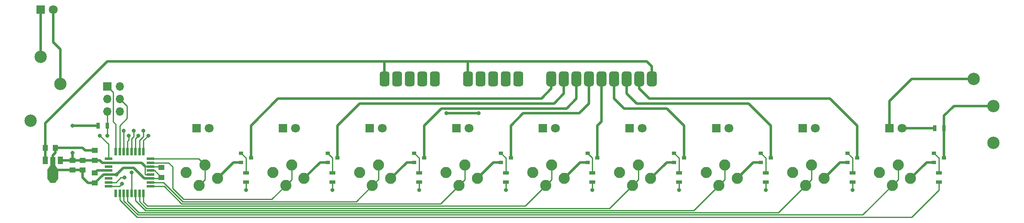
<source format=gtl>
G04 #@! TF.GenerationSoftware,KiCad,Pcbnew,(5.1.7)-1*
G04 #@! TF.CreationDate,2022-04-05T13:22:44+02:00*
G04 #@! TF.ProjectId,saba_924x_tipp-tasten-modul,73616261-5f39-4323-9478-5f746970702d,rev?*
G04 #@! TF.SameCoordinates,Original*
G04 #@! TF.FileFunction,Copper,L1,Top*
G04 #@! TF.FilePolarity,Positive*
%FSLAX46Y46*%
G04 Gerber Fmt 4.6, Leading zero omitted, Abs format (unit mm)*
G04 Created by KiCad (PCBNEW (5.1.7)-1) date 2022-04-05 13:22:44*
%MOMM*%
%LPD*%
G01*
G04 APERTURE LIST*
G04 #@! TA.AperFunction,ComponentPad*
%ADD10C,2.500000*%
G04 #@! TD*
G04 #@! TA.AperFunction,SMDPad,CuDef*
%ADD11R,1.300000X0.700000*%
G04 #@! TD*
G04 #@! TA.AperFunction,SMDPad,CuDef*
%ADD12R,0.900000X0.800000*%
G04 #@! TD*
G04 #@! TA.AperFunction,SMDPad,CuDef*
%ADD13R,0.700000X1.300000*%
G04 #@! TD*
G04 #@! TA.AperFunction,ComponentPad*
%ADD14C,2.250000*%
G04 #@! TD*
G04 #@! TA.AperFunction,ComponentPad*
%ADD15R,1.800000X1.800000*%
G04 #@! TD*
G04 #@! TA.AperFunction,ComponentPad*
%ADD16C,1.800000*%
G04 #@! TD*
G04 #@! TA.AperFunction,SMDPad,CuDef*
%ADD17C,0.100000*%
G04 #@! TD*
G04 #@! TA.AperFunction,SMDPad,CuDef*
%ADD18R,1.000000X1.500000*%
G04 #@! TD*
G04 #@! TA.AperFunction,SMDPad,CuDef*
%ADD19R,1.000000X1.800000*%
G04 #@! TD*
G04 #@! TA.AperFunction,SMDPad,CuDef*
%ADD20R,2.200000X1.840000*%
G04 #@! TD*
G04 #@! TA.AperFunction,SMDPad,CuDef*
%ADD21R,1.600000X0.550000*%
G04 #@! TD*
G04 #@! TA.AperFunction,SMDPad,CuDef*
%ADD22R,0.550000X1.600000*%
G04 #@! TD*
G04 #@! TA.AperFunction,ComponentPad*
%ADD23R,1.700000X1.700000*%
G04 #@! TD*
G04 #@! TA.AperFunction,ComponentPad*
%ADD24O,1.700000X1.700000*%
G04 #@! TD*
G04 #@! TA.AperFunction,SMDPad,CuDef*
%ADD25R,1.250000X1.000000*%
G04 #@! TD*
G04 #@! TA.AperFunction,SMDPad,CuDef*
%ADD26R,1.000000X1.250000*%
G04 #@! TD*
G04 #@! TA.AperFunction,ViaPad*
%ADD27C,0.800000*%
G04 #@! TD*
G04 #@! TA.AperFunction,Conductor*
%ADD28C,0.500000*%
G04 #@! TD*
G04 #@! TA.AperFunction,Conductor*
%ADD29C,0.250000*%
G04 #@! TD*
G04 APERTURE END LIST*
D10*
X25500000Y-32500000D03*
X29500000Y-38000000D03*
D11*
X207000000Y-56050000D03*
X207000000Y-57950000D03*
D12*
X206000000Y-52050000D03*
X206000000Y-53950000D03*
X208000000Y-53000000D03*
D11*
X189500000Y-56050000D03*
X189500000Y-57950000D03*
X172000000Y-56050000D03*
X172000000Y-57950000D03*
X154500000Y-56050000D03*
X154500000Y-57950000D03*
X137000000Y-56050000D03*
X137000000Y-57950000D03*
X119500000Y-56050000D03*
X119500000Y-57950000D03*
X102000000Y-56050000D03*
X102000000Y-57950000D03*
X84500000Y-56050000D03*
X84500000Y-57950000D03*
X67000000Y-56050000D03*
X67000000Y-57950000D03*
D12*
X188500000Y-52050000D03*
X188500000Y-53950000D03*
X190500000Y-53000000D03*
X171000000Y-52050000D03*
X171000000Y-53950000D03*
X173000000Y-53000000D03*
X153500000Y-52050000D03*
X153500000Y-53950000D03*
X155500000Y-53000000D03*
X136000000Y-52050000D03*
X136000000Y-53950000D03*
X138000000Y-53000000D03*
X118500000Y-52050000D03*
X118500000Y-53950000D03*
X120500000Y-53000000D03*
X101000000Y-52050000D03*
X101000000Y-53950000D03*
X103000000Y-53000000D03*
X83500000Y-52050000D03*
X83500000Y-53950000D03*
X85500000Y-53000000D03*
X66000000Y-52050000D03*
X66000000Y-53950000D03*
X68000000Y-53000000D03*
D13*
X208000000Y-47000000D03*
X206100000Y-47000000D03*
D14*
X61250000Y-57200000D03*
X57550000Y-58600000D03*
X54950000Y-56000000D03*
X58750000Y-54500000D03*
X201250000Y-57200000D03*
X197550000Y-58600000D03*
X194950000Y-56000000D03*
X198750000Y-54500000D03*
X96250000Y-57200000D03*
X92550000Y-58600000D03*
X89950000Y-56000000D03*
X93750000Y-54500000D03*
X113750000Y-57200000D03*
X110050000Y-58600000D03*
X107450000Y-56000000D03*
X111250000Y-54500000D03*
X148750000Y-57200000D03*
X145050000Y-58600000D03*
X142450000Y-56000000D03*
X146250000Y-54500000D03*
X166250000Y-57200000D03*
X162550000Y-58600000D03*
X159950000Y-56000000D03*
X163750000Y-54500000D03*
X131250000Y-57200000D03*
X127550000Y-58600000D03*
X124950000Y-56000000D03*
X128750000Y-54500000D03*
X183750000Y-57200000D03*
X180050000Y-58600000D03*
X177450000Y-56000000D03*
X181250000Y-54500000D03*
X78750000Y-57200000D03*
X75050000Y-58600000D03*
X72450000Y-56000000D03*
X76250000Y-54500000D03*
D15*
X74500000Y-47000000D03*
D16*
X77040000Y-47000000D03*
G04 #@! TA.AperFunction,SMDPad,CuDef*
D17*
G36*
X29100000Y-57242000D02*
G01*
X28500000Y-58092000D01*
X27500000Y-58092000D01*
X26900000Y-57242000D01*
X29100000Y-57242000D01*
G37*
G04 #@! TD.AperFunction*
D18*
X29500000Y-53520000D03*
D19*
X28000000Y-53666500D03*
D18*
X26500000Y-53520000D03*
D20*
X28000000Y-56333500D03*
G04 #@! TA.AperFunction,SMDPad,CuDef*
D17*
G36*
X26900000Y-55423800D02*
G01*
X27600000Y-54423800D01*
X28400000Y-54423800D01*
X29100000Y-55423800D01*
X26900000Y-55423800D01*
G37*
G04 #@! TD.AperFunction*
D21*
X47750000Y-58800000D03*
X47750000Y-58000000D03*
X47750000Y-57200000D03*
X47750000Y-56400000D03*
X47750000Y-55600000D03*
X47750000Y-54800000D03*
X47750000Y-54000000D03*
X47750000Y-53200000D03*
D22*
X46300000Y-51750000D03*
X45500000Y-51750000D03*
X44700000Y-51750000D03*
X43900000Y-51750000D03*
X43100000Y-51750000D03*
X42300000Y-51750000D03*
X41500000Y-51750000D03*
X40700000Y-51750000D03*
D21*
X39250000Y-53200000D03*
X39250000Y-54000000D03*
X39250000Y-54800000D03*
X39250000Y-55600000D03*
X39250000Y-56400000D03*
X39250000Y-57200000D03*
X39250000Y-58000000D03*
X39250000Y-58800000D03*
D22*
X40700000Y-60250000D03*
X41500000Y-60250000D03*
X42300000Y-60250000D03*
X43100000Y-60250000D03*
X43900000Y-60250000D03*
X44700000Y-60250000D03*
X45500000Y-60250000D03*
X46300000Y-60250000D03*
D13*
X37100000Y-46500000D03*
X39000000Y-46500000D03*
D23*
X39000000Y-38500000D03*
D24*
X41540000Y-38500000D03*
X39000000Y-41040000D03*
X41540000Y-41040000D03*
X39000000Y-43580000D03*
X41540000Y-43580000D03*
D25*
X34000000Y-53500000D03*
X34000000Y-55500000D03*
D26*
X26500000Y-51000000D03*
X28500000Y-51000000D03*
D25*
X32000000Y-53500000D03*
X32000000Y-55500000D03*
X49950000Y-55000000D03*
X49950000Y-57000000D03*
X36500000Y-53500000D03*
X36500000Y-51500000D03*
X36500000Y-56100000D03*
X36500000Y-58100000D03*
D10*
X218000000Y-50000000D03*
X214000000Y-37000000D03*
X218000000Y-42500000D03*
X23500000Y-45500000D03*
G04 #@! TA.AperFunction,ComponentPad*
G36*
G01*
X104160000Y-38000000D02*
X104160000Y-36000000D01*
G75*
G02*
X104660000Y-35500000I500000J0D01*
G01*
X105660000Y-35500000D01*
G75*
G02*
X106160000Y-36000000I0J-500000D01*
G01*
X106160000Y-38000000D01*
G75*
G02*
X105660000Y-38500000I-500000J0D01*
G01*
X104660000Y-38500000D01*
G75*
G02*
X104160000Y-38000000I0J500000D01*
G01*
G37*
G04 #@! TD.AperFunction*
G04 #@! TA.AperFunction,ComponentPad*
G36*
G01*
X101620000Y-38000000D02*
X101620000Y-36000000D01*
G75*
G02*
X102120000Y-35500000I500000J0D01*
G01*
X103120000Y-35500000D01*
G75*
G02*
X103620000Y-36000000I0J-500000D01*
G01*
X103620000Y-38000000D01*
G75*
G02*
X103120000Y-38500000I-500000J0D01*
G01*
X102120000Y-38500000D01*
G75*
G02*
X101620000Y-38000000I0J500000D01*
G01*
G37*
G04 #@! TD.AperFunction*
G04 #@! TA.AperFunction,ComponentPad*
G36*
G01*
X99080000Y-38000000D02*
X99080000Y-36000000D01*
G75*
G02*
X99580000Y-35500000I500000J0D01*
G01*
X100580000Y-35500000D01*
G75*
G02*
X101080000Y-36000000I0J-500000D01*
G01*
X101080000Y-38000000D01*
G75*
G02*
X100580000Y-38500000I-500000J0D01*
G01*
X99580000Y-38500000D01*
G75*
G02*
X99080000Y-38000000I0J500000D01*
G01*
G37*
G04 #@! TD.AperFunction*
G04 #@! TA.AperFunction,ComponentPad*
G36*
G01*
X96540000Y-38000000D02*
X96540000Y-36000000D01*
G75*
G02*
X97040000Y-35500000I500000J0D01*
G01*
X98040000Y-35500000D01*
G75*
G02*
X98540000Y-36000000I0J-500000D01*
G01*
X98540000Y-38000000D01*
G75*
G02*
X98040000Y-38500000I-500000J0D01*
G01*
X97040000Y-38500000D01*
G75*
G02*
X96540000Y-38000000I0J500000D01*
G01*
G37*
G04 #@! TD.AperFunction*
G04 #@! TA.AperFunction,ComponentPad*
G36*
G01*
X94000000Y-38000000D02*
X94000000Y-36000000D01*
G75*
G02*
X94500000Y-35500000I500000J0D01*
G01*
X95500000Y-35500000D01*
G75*
G02*
X96000000Y-36000000I0J-500000D01*
G01*
X96000000Y-38000000D01*
G75*
G02*
X95500000Y-38500000I-500000J0D01*
G01*
X94500000Y-38500000D01*
G75*
G02*
X94000000Y-38000000I0J500000D01*
G01*
G37*
G04 #@! TD.AperFunction*
G04 #@! TA.AperFunction,ComponentPad*
G36*
G01*
X121000000Y-38000000D02*
X121000000Y-36000000D01*
G75*
G02*
X121500000Y-35500000I500000J0D01*
G01*
X122500000Y-35500000D01*
G75*
G02*
X123000000Y-36000000I0J-500000D01*
G01*
X123000000Y-38000000D01*
G75*
G02*
X122500000Y-38500000I-500000J0D01*
G01*
X121500000Y-38500000D01*
G75*
G02*
X121000000Y-38000000I0J500000D01*
G01*
G37*
G04 #@! TD.AperFunction*
G04 #@! TA.AperFunction,ComponentPad*
G36*
G01*
X118460000Y-38000000D02*
X118460000Y-36000000D01*
G75*
G02*
X118960000Y-35500000I500000J0D01*
G01*
X119960000Y-35500000D01*
G75*
G02*
X120460000Y-36000000I0J-500000D01*
G01*
X120460000Y-38000000D01*
G75*
G02*
X119960000Y-38500000I-500000J0D01*
G01*
X118960000Y-38500000D01*
G75*
G02*
X118460000Y-38000000I0J500000D01*
G01*
G37*
G04 #@! TD.AperFunction*
G04 #@! TA.AperFunction,ComponentPad*
G36*
G01*
X115920000Y-38000000D02*
X115920000Y-36000000D01*
G75*
G02*
X116420000Y-35500000I500000J0D01*
G01*
X117420000Y-35500000D01*
G75*
G02*
X117920000Y-36000000I0J-500000D01*
G01*
X117920000Y-38000000D01*
G75*
G02*
X117420000Y-38500000I-500000J0D01*
G01*
X116420000Y-38500000D01*
G75*
G02*
X115920000Y-38000000I0J500000D01*
G01*
G37*
G04 #@! TD.AperFunction*
G04 #@! TA.AperFunction,ComponentPad*
G36*
G01*
X113380000Y-38000000D02*
X113380000Y-36000000D01*
G75*
G02*
X113880000Y-35500000I500000J0D01*
G01*
X114880000Y-35500000D01*
G75*
G02*
X115380000Y-36000000I0J-500000D01*
G01*
X115380000Y-38000000D01*
G75*
G02*
X114880000Y-38500000I-500000J0D01*
G01*
X113880000Y-38500000D01*
G75*
G02*
X113380000Y-38000000I0J500000D01*
G01*
G37*
G04 #@! TD.AperFunction*
G04 #@! TA.AperFunction,ComponentPad*
G36*
G01*
X110840000Y-38000000D02*
X110840000Y-36000000D01*
G75*
G02*
X111340000Y-35500000I500000J0D01*
G01*
X112340000Y-35500000D01*
G75*
G02*
X112840000Y-36000000I0J-500000D01*
G01*
X112840000Y-38000000D01*
G75*
G02*
X112340000Y-38500000I-500000J0D01*
G01*
X111340000Y-38500000D01*
G75*
G02*
X110840000Y-38000000I0J500000D01*
G01*
G37*
G04 #@! TD.AperFunction*
G04 #@! TA.AperFunction,ComponentPad*
G36*
G01*
X148000000Y-38000000D02*
X148000000Y-36000000D01*
G75*
G02*
X148500000Y-35500000I500000J0D01*
G01*
X149500000Y-35500000D01*
G75*
G02*
X150000000Y-36000000I0J-500000D01*
G01*
X150000000Y-38000000D01*
G75*
G02*
X149500000Y-38500000I-500000J0D01*
G01*
X148500000Y-38500000D01*
G75*
G02*
X148000000Y-38000000I0J500000D01*
G01*
G37*
G04 #@! TD.AperFunction*
G04 #@! TA.AperFunction,ComponentPad*
G36*
G01*
X145460000Y-38000000D02*
X145460000Y-36000000D01*
G75*
G02*
X145960000Y-35500000I500000J0D01*
G01*
X146960000Y-35500000D01*
G75*
G02*
X147460000Y-36000000I0J-500000D01*
G01*
X147460000Y-38000000D01*
G75*
G02*
X146960000Y-38500000I-500000J0D01*
G01*
X145960000Y-38500000D01*
G75*
G02*
X145460000Y-38000000I0J500000D01*
G01*
G37*
G04 #@! TD.AperFunction*
G04 #@! TA.AperFunction,ComponentPad*
G36*
G01*
X142920000Y-38000000D02*
X142920000Y-36000000D01*
G75*
G02*
X143420000Y-35500000I500000J0D01*
G01*
X144420000Y-35500000D01*
G75*
G02*
X144920000Y-36000000I0J-500000D01*
G01*
X144920000Y-38000000D01*
G75*
G02*
X144420000Y-38500000I-500000J0D01*
G01*
X143420000Y-38500000D01*
G75*
G02*
X142920000Y-38000000I0J500000D01*
G01*
G37*
G04 #@! TD.AperFunction*
G04 #@! TA.AperFunction,ComponentPad*
G36*
G01*
X140380000Y-38000000D02*
X140380000Y-36000000D01*
G75*
G02*
X140880000Y-35500000I500000J0D01*
G01*
X141880000Y-35500000D01*
G75*
G02*
X142380000Y-36000000I0J-500000D01*
G01*
X142380000Y-38000000D01*
G75*
G02*
X141880000Y-38500000I-500000J0D01*
G01*
X140880000Y-38500000D01*
G75*
G02*
X140380000Y-38000000I0J500000D01*
G01*
G37*
G04 #@! TD.AperFunction*
G04 #@! TA.AperFunction,ComponentPad*
G36*
G01*
X137840000Y-38000000D02*
X137840000Y-36000000D01*
G75*
G02*
X138340000Y-35500000I500000J0D01*
G01*
X139340000Y-35500000D01*
G75*
G02*
X139840000Y-36000000I0J-500000D01*
G01*
X139840000Y-38000000D01*
G75*
G02*
X139340000Y-38500000I-500000J0D01*
G01*
X138340000Y-38500000D01*
G75*
G02*
X137840000Y-38000000I0J500000D01*
G01*
G37*
G04 #@! TD.AperFunction*
G04 #@! TA.AperFunction,ComponentPad*
G36*
G01*
X135300000Y-38000000D02*
X135300000Y-36000000D01*
G75*
G02*
X135800000Y-35500000I500000J0D01*
G01*
X136800000Y-35500000D01*
G75*
G02*
X137300000Y-36000000I0J-500000D01*
G01*
X137300000Y-38000000D01*
G75*
G02*
X136800000Y-38500000I-500000J0D01*
G01*
X135800000Y-38500000D01*
G75*
G02*
X135300000Y-38000000I0J500000D01*
G01*
G37*
G04 #@! TD.AperFunction*
G04 #@! TA.AperFunction,ComponentPad*
G36*
G01*
X132760000Y-38000000D02*
X132760000Y-36000000D01*
G75*
G02*
X133260000Y-35500000I500000J0D01*
G01*
X134260000Y-35500000D01*
G75*
G02*
X134760000Y-36000000I0J-500000D01*
G01*
X134760000Y-38000000D01*
G75*
G02*
X134260000Y-38500000I-500000J0D01*
G01*
X133260000Y-38500000D01*
G75*
G02*
X132760000Y-38000000I0J500000D01*
G01*
G37*
G04 #@! TD.AperFunction*
G04 #@! TA.AperFunction,ComponentPad*
G36*
G01*
X130220000Y-38000000D02*
X130220000Y-36000000D01*
G75*
G02*
X130720000Y-35500000I500000J0D01*
G01*
X131720000Y-35500000D01*
G75*
G02*
X132220000Y-36000000I0J-500000D01*
G01*
X132220000Y-38000000D01*
G75*
G02*
X131720000Y-38500000I-500000J0D01*
G01*
X130720000Y-38500000D01*
G75*
G02*
X130220000Y-38000000I0J500000D01*
G01*
G37*
G04 #@! TD.AperFunction*
G04 #@! TA.AperFunction,ComponentPad*
G36*
G01*
X127680000Y-38000000D02*
X127680000Y-36000000D01*
G75*
G02*
X128180000Y-35500000I500000J0D01*
G01*
X129180000Y-35500000D01*
G75*
G02*
X129680000Y-36000000I0J-500000D01*
G01*
X129680000Y-38000000D01*
G75*
G02*
X129180000Y-38500000I-500000J0D01*
G01*
X128180000Y-38500000D01*
G75*
G02*
X127680000Y-38000000I0J500000D01*
G01*
G37*
G04 #@! TD.AperFunction*
D15*
X197000000Y-47000000D03*
D16*
X199540000Y-47000000D03*
D15*
X162000000Y-47000000D03*
D16*
X164540000Y-47000000D03*
D15*
X144500000Y-47000000D03*
D16*
X147040000Y-47000000D03*
D15*
X109500000Y-47000000D03*
D16*
X112040000Y-47000000D03*
D15*
X179500000Y-47000000D03*
D16*
X182040000Y-47000000D03*
D15*
X127000000Y-47000000D03*
D16*
X129540000Y-47000000D03*
D15*
X92000000Y-47000000D03*
D16*
X94540000Y-47000000D03*
D15*
X25500000Y-23000000D03*
D16*
X28040000Y-23000000D03*
D15*
X57000000Y-47000000D03*
D16*
X59540000Y-47000000D03*
D27*
X114000000Y-44000000D03*
X107500000Y-44000000D03*
X28000000Y-57200000D03*
X28000000Y-56300000D03*
X28000000Y-55400000D03*
X28000000Y-54500000D03*
X28000000Y-53600000D03*
X40900000Y-56400000D03*
X32000000Y-46500000D03*
X32000000Y-52000000D03*
X37500000Y-48500000D03*
X43900000Y-56000000D03*
X39000000Y-48500000D03*
X67000000Y-59500000D03*
X47300000Y-48500000D03*
X84500000Y-59500000D03*
X46300000Y-47500000D03*
X102000000Y-59500000D03*
X45300000Y-48500000D03*
X119500000Y-59500000D03*
X44300000Y-47500000D03*
X43300000Y-48500000D03*
X137000000Y-59500000D03*
X42300000Y-47500000D03*
X154500000Y-59500000D03*
X172000000Y-59500000D03*
X42500000Y-57000000D03*
X189500000Y-59500000D03*
X42000000Y-58250000D03*
D28*
X25500000Y-23000000D02*
X25500000Y-32500000D01*
X28040000Y-23000000D02*
X28040000Y-29540000D01*
X29500000Y-31000000D02*
X29500000Y-38000000D01*
X28040000Y-29540000D02*
X29500000Y-31000000D01*
X107500000Y-44000000D02*
X114000000Y-44000000D01*
X202500000Y-37000000D02*
X214000000Y-37000000D01*
X201500000Y-37000000D02*
X202500000Y-37000000D01*
X197000000Y-41500000D02*
X201500000Y-37000000D01*
X197000000Y-47000000D02*
X197000000Y-41500000D01*
X206100000Y-47000000D02*
X199540000Y-47000000D01*
X26500000Y-51750000D02*
X26500000Y-51000000D01*
X26500000Y-53520000D02*
X26500000Y-51750000D01*
X149000000Y-34500000D02*
X149000000Y-37000000D01*
X147999999Y-33499999D02*
X149000000Y-34500000D01*
X111840000Y-33659998D02*
X111999999Y-33499999D01*
X111840000Y-37000000D02*
X111840000Y-33659998D01*
X111999999Y-33499999D02*
X147999999Y-33499999D01*
X95000001Y-35499999D02*
X95000001Y-33499999D01*
X95000001Y-33499999D02*
X111999999Y-33499999D01*
X95000000Y-37000000D02*
X95000001Y-35499999D01*
X91499999Y-33499999D02*
X95000001Y-33499999D01*
X39000001Y-33499999D02*
X91499999Y-33499999D01*
X26500000Y-46000000D02*
X39000001Y-33499999D01*
X26500000Y-51000000D02*
X26500000Y-46000000D01*
D29*
X48550000Y-55600000D02*
X47750000Y-55600000D01*
X49950000Y-57000000D02*
X48550000Y-55600000D01*
X49750000Y-57200000D02*
X49950000Y-57000000D01*
X47750000Y-57200000D02*
X49750000Y-57200000D01*
D28*
X124300000Y-56250000D02*
X124300000Y-55339962D01*
X39250000Y-56400000D02*
X40900000Y-56400000D01*
X64500000Y-53950000D02*
X61250000Y-57200000D01*
X66000000Y-53950000D02*
X64500000Y-53950000D01*
X82000000Y-53950000D02*
X78750000Y-57200000D01*
X83500000Y-53950000D02*
X82000000Y-53950000D01*
X99500000Y-53950000D02*
X96250000Y-57200000D01*
X101000000Y-53950000D02*
X99500000Y-53950000D01*
X117000000Y-53950000D02*
X113750000Y-57200000D01*
X118500000Y-53950000D02*
X117000000Y-53950000D01*
X134500000Y-53950000D02*
X131250000Y-57200000D01*
X136000000Y-53950000D02*
X134500000Y-53950000D01*
X152000000Y-53950000D02*
X148750000Y-57200000D01*
X153500000Y-53950000D02*
X152000000Y-53950000D01*
X169500000Y-53950000D02*
X166250000Y-57200000D01*
X171000000Y-53950000D02*
X169500000Y-53950000D01*
X187000000Y-53950000D02*
X183750000Y-57200000D01*
X188500000Y-53950000D02*
X187000000Y-53950000D01*
X204500000Y-53950000D02*
X201250000Y-57200000D01*
X206000000Y-53950000D02*
X204500000Y-53950000D01*
X28500000Y-52000000D02*
X28000000Y-52500000D01*
X28500000Y-51000000D02*
X28500000Y-52000000D01*
X28000000Y-53666500D02*
X28000000Y-52500000D01*
X38200000Y-56400000D02*
X36500000Y-58100000D01*
X39250000Y-56400000D02*
X38200000Y-56400000D01*
X28500000Y-51000000D02*
X34000000Y-51000000D01*
X34500000Y-51500000D02*
X36500000Y-51500000D01*
X34000000Y-51000000D02*
X34500000Y-51500000D01*
X36500000Y-58100000D02*
X35100000Y-58100000D01*
X34000000Y-57000000D02*
X34000000Y-55500000D01*
X35100000Y-58100000D02*
X34000000Y-57000000D01*
X34000000Y-55500000D02*
X32000000Y-55500000D01*
X28000000Y-55066500D02*
X28000000Y-53666500D01*
X28433500Y-55500000D02*
X28000000Y-55066500D01*
X32000000Y-55500000D02*
X28433500Y-55500000D01*
X46450000Y-57200000D02*
X44300000Y-55050000D01*
X47750000Y-57200000D02*
X46450000Y-57200000D01*
X42250000Y-55050000D02*
X40900000Y-56400000D01*
X44300000Y-55050000D02*
X42250000Y-55050000D01*
D29*
X47750000Y-53200000D02*
X48636410Y-53200000D01*
X57450000Y-53200000D02*
X58750000Y-54500000D01*
X47750000Y-53200000D02*
X57450000Y-53200000D01*
X58750000Y-57400000D02*
X57550000Y-58600000D01*
X58750000Y-54500000D02*
X58750000Y-57400000D01*
X47750000Y-54000000D02*
X48800000Y-54000000D01*
X72224989Y-61425011D02*
X75050000Y-58600000D01*
X54397831Y-61425011D02*
X72224989Y-61425011D01*
X52200000Y-59227180D02*
X54397831Y-61425011D01*
X52200000Y-54800000D02*
X52200000Y-59227180D01*
X51400000Y-54000000D02*
X52200000Y-54800000D01*
X47750000Y-54000000D02*
X51400000Y-54000000D01*
X76250000Y-57400000D02*
X75050000Y-58600000D01*
X76250000Y-54500000D02*
X76250000Y-57400000D01*
X89274979Y-61875021D02*
X92550000Y-58600000D01*
X54211431Y-61875021D02*
X89274979Y-61875021D01*
X50336410Y-58000000D02*
X54211431Y-61875021D01*
X47750000Y-58000000D02*
X50336410Y-58000000D01*
X93750000Y-57400000D02*
X92550000Y-58600000D01*
X93750000Y-54500000D02*
X93750000Y-57400000D01*
X106324969Y-62325031D02*
X110050000Y-58600000D01*
X54025031Y-62325031D02*
X106324969Y-62325031D01*
X50500000Y-58800000D02*
X54025031Y-62325031D01*
X47750000Y-58800000D02*
X50500000Y-58800000D01*
X111250000Y-57400000D02*
X110050000Y-58600000D01*
X111250000Y-54500000D02*
X111250000Y-57400000D01*
X140424950Y-63225050D02*
X145050000Y-58600000D01*
X46913599Y-63225050D02*
X140424950Y-63225050D01*
X45500000Y-61811451D02*
X46913599Y-63225050D01*
X45500000Y-60250000D02*
X45500000Y-61811451D01*
X146250000Y-57400000D02*
X145050000Y-58600000D01*
X146250000Y-54500000D02*
X146250000Y-57400000D01*
X157474939Y-63675061D02*
X162550000Y-58600000D01*
X46727199Y-63675060D02*
X157474939Y-63675061D01*
X44700000Y-61647861D02*
X46727199Y-63675060D01*
X44700000Y-60250000D02*
X44700000Y-61647861D01*
X163750000Y-57400000D02*
X162550000Y-58600000D01*
X163750000Y-54500000D02*
X163750000Y-57400000D01*
X123374959Y-62775041D02*
X127550000Y-58600000D01*
X47100000Y-62775041D02*
X123374959Y-62775041D01*
X46300000Y-61975041D02*
X47100000Y-62775041D01*
X46300000Y-60250000D02*
X46300000Y-61975041D01*
X128750000Y-57400000D02*
X127550000Y-58600000D01*
X128750000Y-54500000D02*
X128750000Y-57400000D01*
X50025071Y-64125071D02*
X50025069Y-64125069D01*
X50025071Y-64125071D02*
X47115841Y-64125071D01*
X45361481Y-64125071D02*
X47115841Y-64125071D01*
X43100000Y-61863590D02*
X45361481Y-64125071D01*
X43100000Y-60250000D02*
X43100000Y-61863590D01*
X174524929Y-64125071D02*
X180050000Y-58600000D01*
X50025071Y-64125071D02*
X174524929Y-64125071D01*
X181250000Y-57400000D02*
X180050000Y-58600000D01*
X181250000Y-54500000D02*
X181250000Y-57400000D01*
X49750000Y-54800000D02*
X49950000Y-55000000D01*
X47750000Y-54800000D02*
X49750000Y-54800000D01*
X46700000Y-56400000D02*
X47750000Y-56400000D01*
X46624999Y-54875001D02*
X46624999Y-56324999D01*
X46624999Y-56324999D02*
X46700000Y-56400000D01*
X46700000Y-54800000D02*
X46624999Y-54875001D01*
X47750000Y-54800000D02*
X46700000Y-54800000D01*
D28*
X29520000Y-53500000D02*
X29500000Y-53520000D01*
X36500000Y-53500000D02*
X29520000Y-53500000D01*
X39250000Y-54000000D02*
X38000000Y-54000000D01*
X37500000Y-53500000D02*
X36500000Y-53500000D01*
X38000000Y-54000000D02*
X37500000Y-53500000D01*
X37100000Y-46500000D02*
X32000000Y-46500000D01*
X32000000Y-52000000D02*
X32000000Y-53500000D01*
X45900000Y-54000000D02*
X46700000Y-54800000D01*
X39250000Y-54000000D02*
X45900000Y-54000000D01*
D29*
X40700000Y-51750000D02*
X40700000Y-46200000D01*
X40700000Y-46200000D02*
X40225001Y-45725001D01*
X40225001Y-39725001D02*
X39000000Y-38500000D01*
X40225001Y-45725001D02*
X40225001Y-39725001D01*
X39250000Y-53200000D02*
X39250000Y-50250000D01*
X39250000Y-50250000D02*
X37500000Y-48500000D01*
X41500000Y-51750000D02*
X41500000Y-46500000D01*
X43000000Y-42500000D02*
X43000000Y-45000000D01*
X41500000Y-46500000D02*
X43000000Y-45000000D01*
X41540000Y-41040000D02*
X43000000Y-42500000D01*
X39000000Y-43580000D02*
X39000000Y-46500000D01*
X43900000Y-60250000D02*
X43900000Y-56000000D01*
X39000000Y-48500000D02*
X39000000Y-46500000D01*
D28*
X208000000Y-53000000D02*
X208000000Y-47000000D01*
X218000000Y-42500000D02*
X210000000Y-42500000D01*
X208000000Y-44500000D02*
X208000000Y-47000000D01*
X210000000Y-42500000D02*
X208000000Y-44500000D01*
X146460000Y-37000000D02*
X146460000Y-39000000D01*
X190500000Y-46500000D02*
X190500000Y-53000000D01*
X148460000Y-41000000D02*
X146460000Y-39000000D01*
X185000000Y-41000000D02*
X190500000Y-46500000D01*
X182500000Y-41000000D02*
X185000000Y-41000000D01*
X182500000Y-41000000D02*
X148460000Y-41000000D01*
X143920000Y-40000000D02*
X143920000Y-37000000D01*
X145920000Y-42000000D02*
X143920000Y-40000000D01*
X173000000Y-53000000D02*
X173000000Y-46500000D01*
X168500000Y-42000000D02*
X173000000Y-46500000D01*
X166500000Y-42000000D02*
X168500000Y-42000000D01*
X166500000Y-42000000D02*
X145920000Y-42000000D01*
X141380000Y-41000000D02*
X141380000Y-37000000D01*
X143380000Y-43000000D02*
X141380000Y-41000000D01*
X155500000Y-53000000D02*
X155500000Y-46500000D01*
X152000000Y-43000000D02*
X155500000Y-46500000D01*
X150500000Y-43000000D02*
X152000000Y-43000000D01*
X150500000Y-43000000D02*
X143380000Y-43000000D01*
X138000000Y-46500000D02*
X138000000Y-53000000D01*
X138840000Y-45660000D02*
X138000000Y-46500000D01*
X138840000Y-37000000D02*
X138840000Y-45660000D01*
X136300000Y-42000000D02*
X136300000Y-37000000D01*
X134300000Y-44000000D02*
X136300000Y-42000000D01*
X120500000Y-53000000D02*
X120500000Y-46500000D01*
X123000000Y-44000000D02*
X120500000Y-46500000D01*
X123500000Y-44000000D02*
X125000000Y-44000000D01*
X125000000Y-44000000D02*
X123000000Y-44000000D01*
X125000000Y-44000000D02*
X134300000Y-44000000D01*
X103000000Y-46500000D02*
X103000000Y-53000000D01*
X106500000Y-43000000D02*
X103000000Y-46500000D01*
X131760000Y-43000000D02*
X106500000Y-43000000D01*
X133760000Y-41000000D02*
X131760000Y-43000000D01*
X133760000Y-37000000D02*
X133760000Y-41000000D01*
X131220000Y-40000000D02*
X131220000Y-37000000D01*
X129220000Y-42000000D02*
X131220000Y-40000000D01*
X90000000Y-42000000D02*
X129220000Y-42000000D01*
X85500000Y-46500000D02*
X90000000Y-42000000D01*
X85500000Y-53000000D02*
X85500000Y-46500000D01*
X128680000Y-39000000D02*
X128680000Y-37000000D01*
X126680000Y-41000000D02*
X128680000Y-39000000D01*
X73500000Y-41000000D02*
X126680000Y-41000000D01*
X68000000Y-46500000D02*
X73500000Y-41000000D01*
X68000000Y-53000000D02*
X68000000Y-46500000D01*
D29*
X67000000Y-57950000D02*
X67000000Y-59500000D01*
X46300000Y-49500000D02*
X47300000Y-48500000D01*
X46300000Y-51750000D02*
X46300000Y-49500000D01*
X84500000Y-57950000D02*
X84500000Y-59500000D01*
X45500000Y-51750000D02*
X45500000Y-49500000D01*
X46300000Y-48700000D02*
X46300000Y-47500000D01*
X45500000Y-49500000D02*
X46300000Y-48700000D01*
X102000000Y-57950000D02*
X102000000Y-59500000D01*
X44700000Y-49100000D02*
X45300000Y-48500000D01*
X44700000Y-51750000D02*
X44700000Y-49100000D01*
X119500000Y-57950000D02*
X119500000Y-59500000D01*
X43900000Y-51750000D02*
X43900000Y-49100000D01*
X44300000Y-48700000D02*
X44300000Y-47500000D01*
X43900000Y-49100000D02*
X44300000Y-48700000D01*
X137000000Y-57950000D02*
X137000000Y-59500000D01*
X43100000Y-51750000D02*
X43100000Y-49900000D01*
X43300000Y-49450000D02*
X43100000Y-49650000D01*
X43300000Y-48500000D02*
X43300000Y-49450000D01*
X43100000Y-49650000D02*
X43100000Y-49900000D01*
X154500000Y-57950000D02*
X154500000Y-59500000D01*
X42300000Y-51300000D02*
X42300000Y-47500000D01*
X42300000Y-51750000D02*
X42300000Y-51300000D01*
X172000000Y-57950000D02*
X172000000Y-59500000D01*
X42500000Y-57000000D02*
X41750000Y-57000000D01*
X41750000Y-57000000D02*
X40750000Y-58000000D01*
X39250000Y-58000000D02*
X40750000Y-58000000D01*
X189500000Y-57950000D02*
X189500000Y-59500000D01*
X41450000Y-58800000D02*
X42000000Y-58250000D01*
X39250000Y-58800000D02*
X41450000Y-58800000D01*
X41500000Y-61536410D02*
X41500000Y-60250000D01*
X44988681Y-65025091D02*
X41500000Y-61536410D01*
X201474909Y-65025091D02*
X200724909Y-65025091D01*
X207000000Y-59500000D02*
X201474909Y-65025091D01*
X207000000Y-57950000D02*
X207000000Y-59500000D01*
X200724909Y-65025091D02*
X44988681Y-65025091D01*
X191574919Y-64575081D02*
X197550000Y-58600000D01*
X45175081Y-64575081D02*
X191574919Y-64575081D01*
X42300000Y-61700000D02*
X45175081Y-64575081D01*
X42300000Y-60250000D02*
X42300000Y-61700000D01*
X198750000Y-57400000D02*
X197550000Y-58600000D01*
X198750000Y-54500000D02*
X198750000Y-57400000D01*
D28*
X37000000Y-55600000D02*
X36500000Y-56100000D01*
X39250000Y-55600000D02*
X37000000Y-55600000D01*
D29*
X67000000Y-53050000D02*
X66000000Y-52050000D01*
X67000000Y-56050000D02*
X67000000Y-53050000D01*
X84500000Y-53050000D02*
X83500000Y-52050000D01*
X84500000Y-56050000D02*
X84500000Y-53050000D01*
X102000000Y-53050000D02*
X101000000Y-52050000D01*
X102000000Y-56050000D02*
X102000000Y-53050000D01*
X119500000Y-53050000D02*
X118500000Y-52050000D01*
X119500000Y-56050000D02*
X119500000Y-53050000D01*
X137000000Y-53050000D02*
X136000000Y-52050000D01*
X137000000Y-56050000D02*
X137000000Y-53050000D01*
X154500000Y-53050000D02*
X153500000Y-52050000D01*
X154500000Y-56050000D02*
X154500000Y-53050000D01*
X172000000Y-53050000D02*
X171000000Y-52050000D01*
X172000000Y-56050000D02*
X172000000Y-53050000D01*
X189500000Y-53050000D02*
X188500000Y-52050000D01*
X189500000Y-56050000D02*
X189500000Y-53050000D01*
X207000000Y-53050000D02*
X206000000Y-52050000D01*
X207000000Y-56050000D02*
X207000000Y-53050000D01*
M02*

</source>
